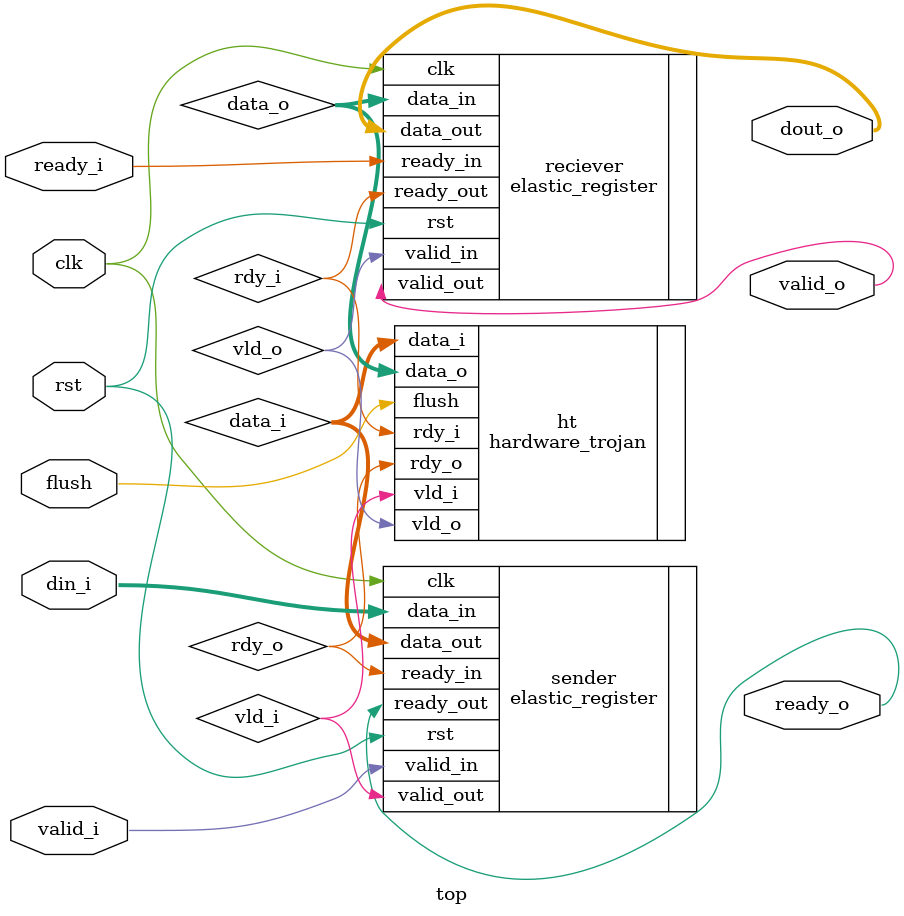
<source format=sv>
module top(
    input logic clk,
    input logic rst,
    input logic flush,
    input logic[7:0] din_i,
    input logic valid_i,
    output logic ready_o,
    output logic[7:0] dout_o,
    output logic valid_o,
    input logic ready_i
);

logic[7:0] data_i;
logic[7:0] data_o;

elastic_register sender(
    .clk(clk),
    .rst(rst),
    .data_in(din_i),
    .valid_in(valid_i),
    .ready_in(rdy_o),
    .data_out(data_i),
    .valid_out(vld_i),
    .ready_out(ready_o)
);

hardware_trojan ht(
    .flush(flush),
    .data_i(data_i),
    .vld_i(vld_i),
    .rdy_i(rdy_i),
    .data_o(data_o),
    .vld_o(vld_o),
    .rdy_o(rdy_o)
);

elastic_register reciever(
    .clk(clk),
    .rst(rst),
    .data_in(data_o),
    .valid_in(vld_o),
    .ready_in(ready_i),
    .data_out(dout_o),
    .valid_out(valid_o),
    .ready_out(rdy_i)
);

endmodule

</source>
